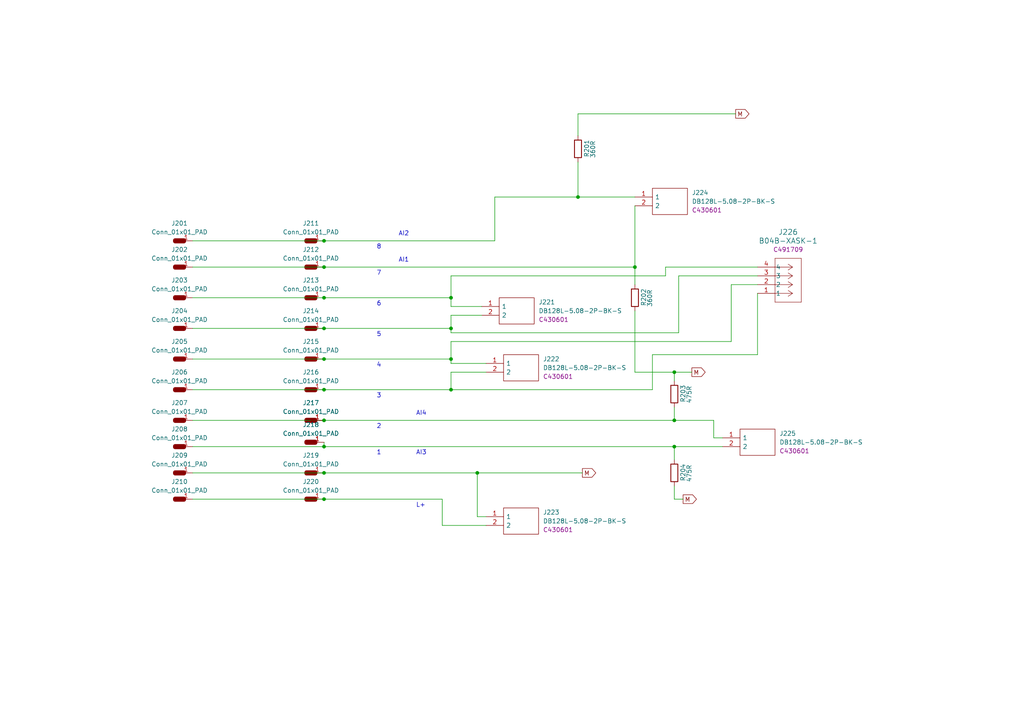
<source format=kicad_sch>
(kicad_sch (version 20230121) (generator eeschema)
  (paper "A4")
  (title_block (title "PLC INPUTS") (rev "14.1.6") (company "Volodune LLC"))
  (lib_symbols
    (symbol "Device:R" (pin_numbers hide) (pin_names (offset 0))
      (property "Reference" "R" (at 2.032 0 90))
      (property "Value" "R" (at 0 0 90))
      (symbol "R_0_1"
        (rectangle (start -1.016 -2.54) (end 1.016 2.54) (stroke (width 0.254)))
      )
      (symbol "R_1_1"
        (pin passive line (at 0 3.81 270) (length 1.27) (name "~") (number "1"))
        (pin passive line (at 0 -3.81 90) (length 1.27) (name "~") (number "2"))
      )
    )
    (symbol "PCB_Library:1729128" (pin_names (offset 0.762))
      (property "Reference" "J" (at 16.51 7.62 0))
      (property "Value" "1729128" (at 16.51 5.08 0))
      (property "LCSC" "C557665" (at 8.89 5.08 0))
      (symbol "1729128_0_0"
        (pin passive line (at 0 0 0) (length 5.08) (name "1") (number "1"))
        (pin passive line (at 0 -2.54 0) (length 5.08) (name "2") (number "2"))
      )
      (symbol "1729128_0_1"
        (polyline (pts (xy 5.08 2.54) (xy 15.24 2.54) (xy 15.24 -5.08) (xy 5.08 -5.08) (xy 5.08 2.54)) (stroke (width 0.1524)))
      )
    )
    (symbol "PCB_Library:B04B-XASK-1" (pin_names (offset 0.254))
      (property "Reference" "J" (at 13.97 6.35 0))
      (property "Value" "B04B-XASK-1" (at 3.81 3.81 0))
      (property "LCSC" "C264994" (at 3.81 7.62 0))
      (symbol "B04B-XASK-1_1_1"
        (polyline (pts (xy 5.08 -10.16) (xy 12.7 -10.16)) (stroke (width 0.127)))
        (polyline (pts (xy 5.08 2.54) (xy 5.08 -10.16)) (stroke (width 0.127)))
        (polyline (pts (xy 10.16 -7.62) (xy 5.08 -7.62)) (stroke (width 0.127)))
        (polyline (pts (xy 10.16 -7.62) (xy 8.89 -8.4667)) (stroke (width 0.127)))
        (polyline (pts (xy 10.16 -7.62) (xy 8.89 -6.7733)) (stroke (width 0.127)))
        (polyline (pts (xy 10.16 -5.08) (xy 5.08 -5.08)) (stroke (width 0.127)))
        (polyline (pts (xy 10.16 -5.08) (xy 8.89 -5.9267)) (stroke (width 0.127)))
        (polyline (pts (xy 10.16 -5.08) (xy 8.89 -4.2333)) (stroke (width 0.127)))
        (polyline (pts (xy 10.16 -2.54) (xy 5.08 -2.54)) (stroke (width 0.127)))
        (polyline (pts (xy 10.16 -2.54) (xy 8.89 -3.3867)) (stroke (width 0.127)))
        (polyline (pts (xy 10.16 -2.54) (xy 8.89 -1.6933)) (stroke (width 0.127)))
        (polyline (pts (xy 10.16 0) (xy 5.08 0)) (stroke (width 0.127)))
        (polyline (pts (xy 10.16 0) (xy 8.89 -0.8467)) (stroke (width 0.127)))
        (polyline (pts (xy 10.16 0) (xy 8.89 0.8467)) (stroke (width 0.127)))
        (polyline (pts (xy 12.7 -10.16) (xy 12.7 2.54)) (stroke (width 0.127)))
        (polyline (pts (xy 12.7 2.54) (xy 5.08 2.54)) (stroke (width 0.127)))
        (pin unspecified line (at 0 0 0) (length 5.08) (name "1") (number "1"))
        (pin unspecified line (at 0 -2.54 0) (length 5.08) (name "2") (number "2"))
        (pin unspecified line (at 0 -5.08 0) (length 5.08) (name "3") (number "3"))
        (pin unspecified line (at 0 -7.62 0) (length 5.08) (name "4") (number "4"))
      )
      (symbol "B04B-XASK-1_1_2"
        (polyline (pts (xy 5.08 -10.16) (xy 12.7 -10.16)) (stroke (width 0.127)))
        (polyline (pts (xy 5.08 2.54) (xy 5.08 -10.16)) (stroke (width 0.127)))
        (polyline (pts (xy 7.62 -7.62) (xy 5.08 -7.62)) (stroke (width 0.127)))
        (polyline (pts (xy 7.62 -7.62) (xy 8.89 -8.4667)) (stroke (width 0.127)))
        (polyline (pts (xy 7.62 -7.62) (xy 8.89 -6.7733)) (stroke (width 0.127)))
        (polyline (pts (xy 7.62 -5.08) (xy 5.08 -5.08)) (stroke (width 0.127)))
        (polyline (pts (xy 7.62 -5.08) (xy 8.89 -5.9267)) (stroke (width 0.127)))
        (polyline (pts (xy 7.62 -5.08) (xy 8.89 -4.2333)) (stroke (width 0.127)))
        (polyline (pts (xy 7.62 -2.54) (xy 5.08 -2.54)) (stroke (width 0.127)))
        (polyline (pts (xy 7.62 -2.54) (xy 8.89 -3.3867)) (stroke (width 0.127)))
        (polyline (pts (xy 7.62 -2.54) (xy 8.89 -1.6933)) (stroke (width 0.127)))
        (polyline (pts (xy 7.62 0) (xy 5.08 0)) (stroke (width 0.127)))
        (polyline (pts (xy 7.62 0) (xy 8.89 -0.8467)) (stroke (width 0.127)))
        (polyline (pts (xy 7.62 0) (xy 8.89 0.8467)) (stroke (width 0.127)))
        (polyline (pts (xy 12.7 -10.16) (xy 12.7 2.54)) (stroke (width 0.127)))
        (polyline (pts (xy 12.7 2.54) (xy 5.08 2.54)) (stroke (width 0.127)))
        (pin unspecified line (at 0 0 0) (length 5.08) (name "1") (number "1"))
        (pin unspecified line (at 0 -2.54 0) (length 5.08) (name "2") (number "2"))
        (pin unspecified line (at 0 -5.08 0) (length 5.08) (name "3") (number "3"))
        (pin unspecified line (at 0 -7.62 0) (length 5.08) (name "4") (number "4"))
      )
    )
    (symbol "PCB_Library:Conn_01x01_PAD" (pin_names (offset 1.016) hide)
      (property "Reference" "J" (at 0 2.54 0))
      (property "Value" "Conn_01x01_PAD" (at 1.27 -3.81 0))
      (symbol "Conn_01x01_PAD_1_1"
        (polyline (pts (xy 1.27 0) (xy 0.8636 0)) (stroke (width 0.1524)))
        (rectangle (start 0 0.127) (end 2.54 -0.127) (stroke (width 1.2192)) (fill (type outline)))
        (pin passive line (at 5.08 0 180) (length 3.81) (name "Pin_1") (number "1"))
      )
    )
  )
  (junction (at 130.81 86.36))
  (junction (at 93.98 129.54))
  (junction (at 93.98 113.03))
  (junction (at 195.58 107.95))
  (junction (at 93.98 121.92))
  (junction (at 130.81 95.25))
  (junction (at 130.81 113.03))
  (junction (at 184.15 77.47))
  (junction (at 93.98 69.85))
  (junction (at 93.98 137.16))
  (junction (at 195.58 129.54))
  (junction (at 93.98 95.25))
  (junction (at 93.98 86.36))
  (junction (at 167.64 57.15))
  (junction (at 93.98 144.78))
  (junction (at 195.58 121.92))
  (junction (at 93.98 77.47))
  (junction (at 93.98 104.14))
  (junction (at 138.43 137.16))
  (junction (at 130.81 104.14))
  (wire (pts (xy 168.91 137.16) (xy 138.43 137.16)))
  (wire (pts (xy 55.88 113.03) (xy 93.98 113.03)))
  (wire (pts (xy 207.01 127) (xy 209.55 127)))
  (wire (pts (xy 195.58 140.97) (xy 195.58 144.78)))
  (wire (pts (xy 138.43 149.86) (xy 140.97 149.86)))
  (wire (pts (xy 193.04 77.47) (xy 193.04 80.01)))
  (wire (pts (xy 55.88 95.25) (xy 93.98 95.25)))
  (wire (pts (xy 128.27 152.4) (xy 140.97 152.4)))
  (wire (pts (xy 130.81 88.9) (xy 139.7 88.9)))
  (wire (pts (xy 130.81 95.25) (xy 130.81 96.52)))
  (wire (pts (xy 195.58 144.78) (xy 198.12 144.78)))
  (wire (pts (xy 93.98 95.25) (xy 130.81 95.25)))
  (wire (pts (xy 184.15 59.69) (xy 184.15 77.47)))
  (wire (pts (xy 130.81 104.14) (xy 130.81 105.41)))
  (wire (pts (xy 130.81 80.01) (xy 130.81 86.36)))
  (wire (pts (xy 55.88 121.92) (xy 93.98 121.92)))
  (wire (pts (xy 167.64 57.15) (xy 184.15 57.15)))
  (wire (pts (xy 167.64 33.02) (xy 167.64 39.37)))
  (wire (pts (xy 130.81 96.52) (xy 196.85 96.52)))
  (wire (pts (xy 143.51 57.15) (xy 143.51 69.85)))
  (wire (pts (xy 207.01 121.92) (xy 195.58 121.92)))
  (wire (pts (xy 130.81 107.95) (xy 140.97 107.95)))
  (wire (pts (xy 143.51 57.15) (xy 167.64 57.15)))
  (wire (pts (xy 128.27 152.4) (xy 128.27 144.78)))
  (wire (pts (xy 193.04 80.01) (xy 130.81 80.01)))
  (wire (pts (xy 93.98 129.54) (xy 195.58 129.54)))
  (wire (pts (xy 130.81 105.41) (xy 140.97 105.41)))
  (wire (pts (xy 55.88 129.54) (xy 93.98 129.54)))
  (wire (pts (xy 195.58 129.54) (xy 209.55 129.54)))
  (wire (pts (xy 195.58 133.35) (xy 195.58 129.54)))
  (wire (pts (xy 55.88 77.47) (xy 93.98 77.47)))
  (wire (pts (xy 212.09 82.55) (xy 219.71 82.55)))
  (wire (pts (xy 93.98 128.27) (xy 93.98 129.54)))
  (wire (pts (xy 93.98 113.03) (xy 130.81 113.03)))
  (wire (pts (xy 219.71 77.47) (xy 193.04 77.47)))
  (wire (pts (xy 130.81 113.03) (xy 130.81 107.95)))
  (wire (pts (xy 196.85 96.52) (xy 196.85 80.01)))
  (wire (pts (xy 55.88 69.85) (xy 93.98 69.85)))
  (wire (pts (xy 219.71 102.87) (xy 189.23 102.87)))
  (wire (pts (xy 195.58 107.95) (xy 200.66 107.95)))
  (wire (pts (xy 184.15 90.17) (xy 184.15 107.95)))
  (wire (pts (xy 143.51 69.85) (xy 93.98 69.85)))
  (wire (pts (xy 130.81 104.14) (xy 130.81 99.06)))
  (wire (pts (xy 219.71 85.09) (xy 219.71 102.87)))
  (wire (pts (xy 184.15 77.47) (xy 184.15 82.55)))
  (wire (pts (xy 93.98 104.14) (xy 130.81 104.14)))
  (wire (pts (xy 55.88 86.36) (xy 93.98 86.36)))
  (wire (pts (xy 93.98 137.16) (xy 138.43 137.16)))
  (wire (pts (xy 55.88 137.16) (xy 93.98 137.16)))
  (wire (pts (xy 196.85 80.01) (xy 219.71 80.01)))
  (wire (pts (xy 189.23 113.03) (xy 130.81 113.03)))
  (wire (pts (xy 130.81 91.44) (xy 130.81 95.25)))
  (wire (pts (xy 93.98 86.36) (xy 130.81 86.36)))
  (wire (pts (xy 130.81 86.36) (xy 130.81 88.9)))
  (wire (pts (xy 184.15 107.95) (xy 195.58 107.95)))
  (wire (pts (xy 195.58 121.92) (xy 93.98 121.92)))
  (wire (pts (xy 93.98 144.78) (xy 128.27 144.78)))
  (wire (pts (xy 195.58 118.11) (xy 195.58 121.92)))
  (wire (pts (xy 207.01 127) (xy 207.01 121.92)))
  (wire (pts (xy 130.81 91.44) (xy 139.7 91.44)))
  (wire (pts (xy 130.81 99.06) (xy 212.09 99.06)))
  (wire (pts (xy 167.64 33.02) (xy 213.36 33.02)))
  (wire (pts (xy 189.23 102.87) (xy 189.23 113.03)))
  (wire (pts (xy 55.88 104.14) (xy 93.98 104.14)))
  (wire (pts (xy 167.64 46.99) (xy 167.64 57.15)))
  (wire (pts (xy 184.15 77.47) (xy 93.98 77.47)))
  (wire (pts (xy 55.88 144.78) (xy 93.98 144.78)))
  (wire (pts (xy 195.58 110.49) (xy 195.58 107.95)))
  (wire (pts (xy 138.43 137.16) (xy 138.43 149.86)))
  (wire (pts (xy 212.09 99.06) (xy 212.09 82.55)))
  (text "1" (at 109.22 132.08 0) (effects (font (size 1.27 1.27)) (justify left bottom)))
  (text "4" (at 109.22 106.68 0) (effects (font (size 1.27 1.27)) (justify left bottom)))
  (text "6" (at 109.22 88.9 0) (effects (font (size 1.27 1.27)) (justify left bottom)))
  (text "3" (at 109.22 115.57 0) (effects (font (size 1.27 1.27)) (justify left bottom)))
  (text "7" (at 109.22 80.01 0) (effects (font (size 1.27 1.27)) (justify left bottom)))
  (text "AI2" (at 115.57 68.58 0) (effects (font (size 1.27 1.27)) (justify left bottom)))
  (text "AI3" (at 120.65 132.08 0) (effects (font (size 1.27 1.27)) (justify left bottom)))
  (text "5" (at 109.22 97.79 0) (effects (font (size 1.27 1.27)) (justify left bottom)))
  (text "2" (at 109.22 124.46 0) (effects (font (size 1.27 1.27)) (justify left bottom)))
  (text "AI4" (at 120.65 120.65 0) (effects (font (size 1.27 1.27)) (justify left bottom)))
  (text "AI1" (at 115.57 76.2 0) (effects (font (size 1.27 1.27)) (justify left bottom)))
  (text "L+" (at 120.65 147.32 0) (effects (font (size 1.27 1.27)) (justify left bottom)))
  (text "8" (at 109.22 72.39 0) (effects (font (size 1.27 1.27)) (justify left bottom)))
  (global_label "M" (shape output) (at 168.91 137.16 0) (property "Intersheetrefs" "${INTERSHEET_REFS}" (effects hide)))
  (global_label "M" (shape output) (at 198.12 144.78 0) (property "Intersheetrefs" "${INTERSHEET_REFS}" (effects hide)))
  (global_label "M" (shape output) (at 213.36 33.02 0) (property "Intersheetrefs" "${INTERSHEET_REFS}" (effects hide)))
  (global_label "M" (shape output) (at 200.66 107.95 0) (property "Intersheetrefs" "${INTERSHEET_REFS}" (effects hide)))
  (symbol (lib_id "PCB_Library:Conn_01x01_PAD") (at 50.8 129.54 0) (unit 1)
    (property "Reference" "J208" (at 52.07 124.46 0))
    (property "Value" "Conn_01x01_PAD" (at 52.07 127 0))
    (property "Footprint" "PCB_Library:Conn_pin_PLC" (effects hide))
  )
  (symbol (lib_id "PCB_Library:1729128") (at 209.55 127 0) (unit 1)
    (property "Reference" "J225" (at 226.06 125.73 0) (effects (justify left)))
    (property "Value" "DB128L-5.08-2P-BK-S" (at 226.06 128.27 0) (effects (justify left)))
    (property "Footprint" "PCB_Library:1729128" (effects hide))
    (property "Datasheet" "https://jlcpcb.com/partdetail/Dorabo-DB128L_5_08_2P_BKS/C430601" (effects hide))
    (property "Description" "PCB terminal block, nominal current: 13.5 A, rated voltage (III/2): 400 V, nominal cross section: 1.5 mm?, Number of potentials: 2, Number of rows: 1, Number of positions per row: 2, product range: MKDSN 1,5, pitch: 5.08 mm, connection method: Screw connection with tension sleeve, mounting: Wave soldering, conductor/PCB connection direction: 0 ?, color: green, Pin layout: Linear pinning, Solder pin [P]: 3.5 mm, type of packaging: packed in cardboard" (effects hide))
    (property "Height" "10.15" (effects hide))
    (property "Manufacturer_Part_Number" "1729128" (effects hide))
    (property "LCSC" "C430601" (at 226.06 130.81 0) (effects (justify left)))
  )
  (symbol (lib_id "PCB_Library:1729128") (at 140.97 149.86 0) (unit 1)
    (property "Reference" "J223" (at 157.48 148.59 0) (effects (justify left)))
    (property "Value" "DB128L-5.08-2P-BK-S" (at 157.48 151.13 0) (effects (justify left)))
    (property "Footprint" "PCB_Library:1729128" (effects hide))
    (property "Datasheet" "https://jlcpcb.com/partdetail/Dorabo-DB128L_5_08_2P_BKS/C430601" (effects hide))
    (property "Description" "PCB terminal block, nominal current: 13.5 A, rated voltage (III/2): 400 V, nominal cross section: 1.5 mm?, Number of potentials: 2, Number of rows: 1, Number of positions per row: 2, product range: MKDSN 1,5, pitch: 5.08 mm, connection method: Screw connection with tension sleeve, mounting: Wave soldering, conductor/PCB connection direction: 0 ?, color: green, Pin layout: Linear pinning, Solder pin [P]: 3.5 mm, type of packaging: packed in cardboard" (effects hide))
    (property "Height" "10.15" (effects hide))
    (property "Manufacturer_Part_Number" "1729128" (effects hide))
    (property "LCSC" "C430601" (at 157.48 153.67 0) (effects (justify left)))
  )
  (symbol (lib_id "PCB_Library:Conn_01x01_PAD") (at 50.8 104.14 0) (unit 1)
    (property "Reference" "J205" (at 52.07 99.06 0))
    (property "Value" "Conn_01x01_PAD" (at 52.07 101.6 0))
    (property "Footprint" "PCB_Library:Conn_pin_PLC" (effects hide))
  )
  (symbol (lib_id "PCB_Library:Conn_01x01_PAD") (at 50.8 69.85 0) (unit 1)
    (property "Reference" "J201" (at 52.07 64.77 0))
    (property "Value" "Conn_01x01_PAD" (at 52.07 67.31 0))
    (property "Footprint" "PCB_Library:Conn_pin_PLC" (effects hide))
  )
  (symbol (lib_id "PCB_Library:Conn_01x01_PAD") (at 50.8 121.92 0) (unit 1)
    (property "Reference" "J207" (at 52.07 116.84 0))
    (property "Value" "Conn_01x01_PAD" (at 52.07 119.38 0))
    (property "Footprint" "PCB_Library:Conn_pin_PLC" (effects hide))
  )
  (symbol (lib_id "PCB_Library:Conn_01x01_PAD") (at 88.9 121.92 0) (unit 1)
    (property "Reference" "J217" (at 90.17 116.84 0))
    (property "Value" "Conn_01x01_PAD" (at 90.17 119.38 0))
    (property "Footprint" "PCB_Library:Conn_pin_PLC" (effects hide))
  )
  (symbol (lib_id "Device:R") (at 195.58 137.16 180) (unit 1)
    (property "Reference" "R204" (at 198.12 137.033 90))
    (property "Value" "475R" (at 199.898 137.287 90))
    (property "Footprint" "Resistor_THT:R_Axial_DIN0207_L6.3mm_D2.5mm_P5.08mm_Vertical" (effects hide))
    (property "Datasheet" "https://jlcpcb.com/partdetail/Yageo-MFR_25FTE52475R/C138206" (effects hide))
    (property "LCSC" "C138206" (effects hide))
    (property "MAX_TEMP" "125 C" (effects hide))
  )
  (symbol (lib_id "PCB_Library:Conn_01x01_PAD") (at 50.8 77.47 0) (unit 1)
    (property "Reference" "J202" (at 52.07 72.39 0))
    (property "Value" "Conn_01x01_PAD" (at 52.07 74.93 0))
    (property "Footprint" "PCB_Library:Conn_pin_PLC" (effects hide))
  )
  (symbol (lib_id "Device:R") (at 167.64 43.18 180) (unit 1)
    (property "Reference" "R201" (at 170.18 43.053 90))
    (property "Value" "360R" (at 171.958 43.307 90))
    (property "Footprint" "Resistor_THT:R_Axial_DIN0207_L6.3mm_D2.5mm_P5.08mm_Vertical" (effects hide))
    (property "Datasheet" "https://jlcpcb.com/partdetail/59694-MFR0W4F3600A50/C58649" (effects hide))
    (property "LCSC" "C58649" (effects hide))
    (property "MAX_TEMP" "125 C" (effects hide))
  )
  (symbol (lib_id "PCB_Library:Conn_01x01_PAD") (at 88.9 137.16 0) (unit 1)
    (property "Reference" "J219" (at 90.17 132.08 0))
    (property "Value" "Conn_01x01_PAD" (at 90.17 134.62 0))
    (property "Footprint" "PCB_Library:Conn_pin_PLC" (effects hide))
  )
  (symbol (lib_id "Device:R") (at 184.15 86.36 180) (unit 1)
    (property "Reference" "R202" (at 186.69 86.233 90))
    (property "Value" "360R" (at 188.468 86.487 90))
    (property "Footprint" "Resistor_THT:R_Axial_DIN0207_L6.3mm_D2.5mm_P5.08mm_Vertical" (effects hide))
    (property "Datasheet" "https://jlcpcb.com/partdetail/59694-MFR0W4F3600A50/C58649" (effects hide))
    (property "LCSC" "C58649" (effects hide))
    (property "MAX_TEMP" "125 C" (effects hide))
  )
  (symbol (lib_id "PCB_Library:1729128") (at 140.97 105.41 0) (unit 1)
    (property "Reference" "J222" (at 157.48 104.14 0) (effects (justify left)))
    (property "Value" "DB128L-5.08-2P-BK-S" (at 157.48 106.68 0) (effects (justify left)))
    (property "Footprint" "PCB_Library:1729128" (effects hide))
    (property "Datasheet" "https://jlcpcb.com/partdetail/Dorabo-DB128L_5_08_2P_BKS/C430601" (effects hide))
    (property "Description" "PCB terminal block, nominal current: 13.5 A, rated voltage (III/2): 400 V, nominal cross section: 1.5 mm?, Number of potentials: 2, Number of rows: 1, Number of positions per row: 2, product range: MKDSN 1,5, pitch: 5.08 mm, connection method: Screw connection with tension sleeve, mounting: Wave soldering, conductor/PCB connection direction: 0 ?, color: green, Pin layout: Linear pinning, Solder pin [P]: 3.5 mm, type of packaging: packed in cardboard" (effects hide))
    (property "Height" "10.15" (effects hide))
    (property "Manufacturer_Part_Number" "1729128" (effects hide))
    (property "LCSC" "C430601" (at 157.48 109.22 0) (effects (justify left)))
  )
  (symbol (lib_id "PCB_Library:Conn_01x01_PAD") (at 88.9 104.14 0) (unit 1)
    (property "Reference" "J215" (at 90.17 99.06 0))
    (property "Value" "Conn_01x01_PAD" (at 90.17 101.6 0))
    (property "Footprint" "PCB_Library:Conn_pin_PLC" (effects hide))
  )
  (symbol (lib_id "PCB_Library:Conn_01x01_PAD") (at 88.9 86.36 0) (unit 1)
    (property "Reference" "J213" (at 90.17 81.28 0))
    (property "Value" "Conn_01x01_PAD" (at 90.17 83.82 0))
    (property "Footprint" "PCB_Library:Conn_pin_PLC" (effects hide))
  )
  (symbol (lib_id "PCB_Library:Conn_01x01_PAD") (at 50.8 137.16 0) (unit 1)
    (property "Reference" "J209" (at 52.07 132.08 0))
    (property "Value" "Conn_01x01_PAD" (at 52.07 134.62 0))
    (property "Footprint" "PCB_Library:Conn_pin_PLC" (effects hide))
  )
  (symbol (lib_id "PCB_Library:Conn_01x01_PAD") (at 50.8 95.25 0) (unit 1)
    (property "Reference" "J204" (at 52.07 90.17 0))
    (property "Value" "Conn_01x01_PAD" (at 52.07 92.71 0))
    (property "Footprint" "PCB_Library:Conn_pin_PLC" (effects hide))
  )
  (symbol (lib_id "PCB_Library:Conn_01x01_PAD") (at 50.8 144.78 0) (unit 1)
    (property "Reference" "J210" (at 52.07 139.7 0))
    (property "Value" "Conn_01x01_PAD" (at 52.07 142.24 0))
    (property "Footprint" "PCB_Library:Conn_pin_PLC" (effects hide))
  )
  (symbol (lib_id "PCB_Library:Conn_01x01_PAD") (at 88.9 144.78 0) (unit 1)
    (property "Reference" "J220" (at 90.17 139.7 0))
    (property "Value" "Conn_01x01_PAD" (at 90.17 142.24 0))
    (property "Footprint" "PCB_Library:Conn_pin_PLC" (effects hide))
  )
  (symbol (lib_id "PCB_Library:Conn_01x01_PAD") (at 88.9 113.03 0) (unit 1)
    (property "Reference" "J216" (at 90.17 107.95 0))
    (property "Value" "Conn_01x01_PAD" (at 90.17 110.49 0))
    (property "Footprint" "PCB_Library:Conn_pin_PLC" (effects hide))
  )
  (symbol (lib_id "Device:R") (at 195.58 114.3 180) (unit 1)
    (property "Reference" "R203" (at 198.12 114.173 90))
    (property "Value" "475R" (at 199.898 114.427 90))
    (property "Footprint" "Resistor_THT:R_Axial_DIN0207_L6.3mm_D2.5mm_P5.08mm_Vertical" (effects hide))
    (property "Datasheet" "https://jlcpcb.com/partdetail/Yageo-MFR_25FTE52475R/C138206" (effects hide))
    (property "LCSC" "C138206" (effects hide))
    (property "MAX_TEMP" "125 C" (effects hide))
  )
  (symbol (lib_id "PCB_Library:Conn_01x01_PAD") (at 50.8 86.36 0) (unit 1)
    (property "Reference" "J203" (at 52.07 81.28 0))
    (property "Value" "Conn_01x01_PAD" (at 52.07 83.82 0))
    (property "Footprint" "PCB_Library:Conn_pin_PLC" (effects hide))
  )
  (symbol (lib_id "PCB_Library:Conn_01x01_PAD") (at 88.9 95.25 0) (unit 1)
    (property "Reference" "J214" (at 90.17 90.17 0))
    (property "Value" "Conn_01x01_PAD" (at 90.17 92.71 0))
    (property "Footprint" "PCB_Library:Conn_pin_PLC" (effects hide))
  )
  (symbol (lib_id "PCB_Library:Conn_01x01_PAD") (at 88.9 128.27 0) (unit 1)
    (property "Reference" "J218" (at 90.17 123.19 0))
    (property "Value" "Conn_01x01_PAD" (at 90.17 125.73 0))
    (property "Footprint" "PCB_Library:Conn_pin_PLC" (effects hide))
  )
  (symbol (lib_id "PCB_Library:Conn_01x01_PAD") (at 88.9 77.47 0) (unit 1)
    (property "Reference" "J212" (at 90.17 72.39 0))
    (property "Value" "Conn_01x01_PAD" (at 90.17 74.93 0))
    (property "Footprint" "PCB_Library:Conn_pin_PLC" (effects hide))
  )
  (symbol (lib_id "PCB_Library:Conn_01x01_PAD") (at 50.8 113.03 0) (unit 1)
    (property "Reference" "J206" (at 52.07 107.95 0))
    (property "Value" "Conn_01x01_PAD" (at 52.07 110.49 0))
    (property "Footprint" "PCB_Library:Conn_pin_PLC" (effects hide))
  )
  (symbol (lib_id "PCB_Library:B04B-XASK-1") (at 219.71 85.09 0) (mirror x) (unit 1)
    (property "Reference" "J226" (at 228.6 67.31 0) (effects (font (size 1.524 1.524))))
    (property "Value" "B04B-XASK-1" (at 228.6 69.85 0) (effects (font (size 1.524 1.524))))
    (property "Footprint" "PCB_Library:CONN_B04B-XASK-1-A_JST" (effects hide))
    (property "Datasheet" "B04B-XASK-1" (effects hide))
    (property "LCSC" "C491709" (at 228.6 72.39 0))
  )
  (symbol (lib_id "PCB_Library:1729128") (at 184.15 57.15 0) (unit 1)
    (property "Reference" "J224" (at 200.66 55.88 0) (effects (justify left)))
    (property "Value" "DB128L-5.08-2P-BK-S" (at 200.66 58.42 0) (effects (justify left)))
    (property "Footprint" "PCB_Library:1729128" (effects hide))
    (property "Datasheet" "https://jlcpcb.com/partdetail/Dorabo-DB128L_5_08_2P_BKS/C430601" (effects hide))
    (property "Description" "PCB terminal block, nominal current: 13.5 A, rated voltage (III/2): 400 V, nominal cross section: 1.5 mm?, Number of potentials: 2, Number of rows: 1, Number of positions per row: 2, product range: MKDSN 1,5, pitch: 5.08 mm, connection method: Screw connection with tension sleeve, mounting: Wave soldering, conductor/PCB connection direction: 0 ?, color: green, Pin layout: Linear pinning, Solder pin [P]: 3.5 mm, type of packaging: packed in cardboard" (effects hide))
    (property "Height" "10.15" (effects hide))
    (property "Manufacturer_Part_Number" "1729128" (effects hide))
    (property "LCSC" "C430601" (at 200.66 60.96 0) (effects (justify left)))
  )
  (symbol (lib_id "PCB_Library:1729128") (at 139.7 88.9 0) (unit 1)
    (property "Reference" "J221" (at 156.21 87.63 0) (effects (justify left)))
    (property "Value" "DB128L-5.08-2P-BK-S" (at 156.21 90.17 0) (effects (justify left)))
    (property "Footprint" "PCB_Library:1729128" (effects hide))
    (property "Datasheet" "https://jlcpcb.com/partdetail/Dorabo-DB128L_5_08_2P_BKS/C430601" (effects hide))
    (property "Description" "PCB terminal block, nominal current: 13.5 A, rated voltage (III/2): 400 V, nominal cross section: 1.5 mm?, Number of potentials: 2, Number of rows: 1, Number of positions per row: 2, product range: MKDSN 1,5, pitch: 5.08 mm, connection method: Screw connection with tension sleeve, mounting: Wave soldering, conductor/PCB connection direction: 0 ?, color: green, Pin layout: Linear pinning, Solder pin [P]: 3.5 mm, type of packaging: packed in cardboard" (effects hide))
    (property "Height" "10.15" (effects hide))
    (property "Manufacturer_Part_Number" "1729128" (effects hide))
    (property "LCSC" "C430601" (at 156.21 92.71 0) (effects (justify left)))
  )
  (symbol (lib_id "PCB_Library:Conn_01x01_PAD") (at 88.9 69.85 0) (unit 1)
    (property "Reference" "J211" (at 90.17 64.77 0))
    (property "Value" "Conn_01x01_PAD" (at 90.17 67.31 0))
    (property "Footprint" "PCB_Library:Conn_pin_PLC" (effects hide))
  )
)
</source>
